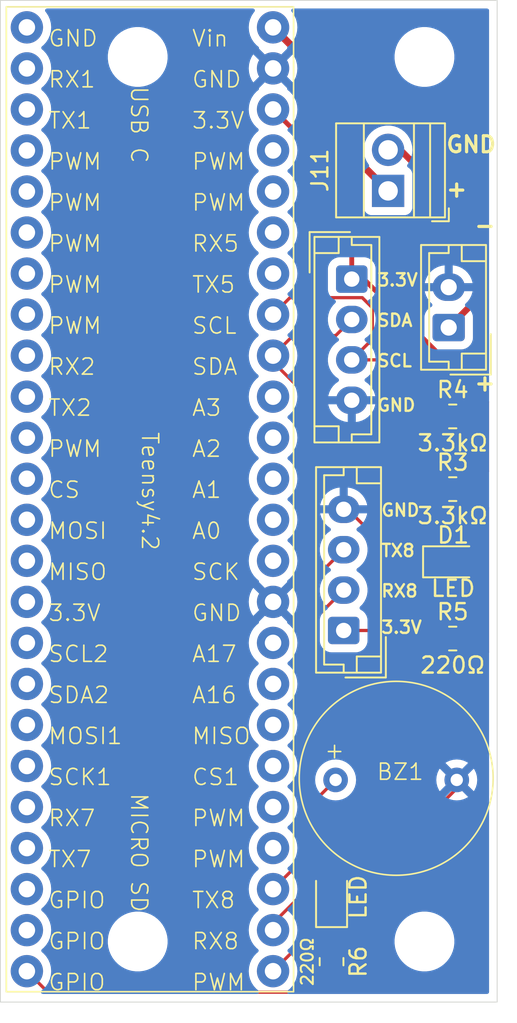
<source format=kicad_pcb>
(kicad_pcb (version 20240108) (generator "pcbnew") (generator_version "8.0")
  (layers (0 "F.Cu" signal) (31 "B.Cu" signal) (34 "B.Paste" user) (35 "F.Paste" user) (36 "B.SilkS" user "B.Silkscreen") (37 "F.SilkS" user "F.Silkscreen") (38 "B.Mask" user) (39 "F.Mask" user) (44 "Edge.Cuts" user))
  (net 0 "")
  (net 1 "Net-(BZ1-+)")
  (net 2 "GND")
  (net 3 "Net-(D1-A)")
  (net 4 "Net-(D2-A)")
  (net 5 "/SCL2")
  (net 6 "/SDA2")
  (net 7 "+3.3V")
  (net 8 "/RX2")
  (net 9 "/TX2")
  (net 10 "Net-(J11-Pin_2)")
  (net 11 "Net-(J11-Pin_1)")
  (net 12 "Net-(R6-Pad2)")
  (net 15 "/MOSI1")
  (net 16 "/TX1")
  (net 20 "/TX5")
  (net 23 "/RX8")
  (net 25 "/CS0")
  (net 26 "/SCK0")
  (net 28 "/TX8")
  (net 30 "/RX1")
  (net 32 "/SCL0")
  (net 35 "/SDA0")
  (net 36 "/MISO1")
  (net 38 "/SCK1")
  (net 39 "/MOSI0")
  (net 40 "/MISO0")
  (net 42 "/RX7")
  (net 44 "/TX7")
  (net 45 "/RX5")
  (net 48 "/CS1")
  (footprint "Connector_JST:JST_EH_B4B-EH-A_1x04_P2.50mm_Vertical" (layer "F.Cu") (at 112.25 59.75 -90)
    (property "Reference" "J2" (hide yes))
    (property "Value" "Conn_01x04" (hide yes))
    (fp_line (start -2.91 2.61) (end -0.41 2.61) (stroke (width 0.12)) (layer "F.SilkS"))
    (fp_line (start -2.61 2.31) (end 10.11 2.31) (stroke (width 0.12)) (layer "F.SilkS"))
    (fp_line (start 10.11 2.31) (end 10.11 -1.71) (stroke (width 0.12)) (layer "F.SilkS"))
    (fp_line (start -2.61 0.81) (end -1.61 0.81) (stroke (width 0.12)) (layer "F.SilkS"))
    (fp_line (start -1.61 0.81) (end -1.61 2.31) (stroke (width 0.12)) (layer "F.SilkS"))
    (fp_line (start 9.11 0.81) (end 9.11 2.31) (stroke (width 0.12)) (layer "F.SilkS"))
    (fp_line (start 10.11 0.81) (end 9.11 0.81) (stroke (width 0.12)) (layer "F.SilkS"))
    (fp_line (start -2.91 0.11) (end -2.91 2.61) (stroke (width 0.12)) (layer "F.SilkS"))
    (fp_line (start -2.61 0) (end -2.11 0) (stroke (width 0.12)) (layer "F.SilkS"))
    (fp_line (start -2.11 0) (end -2.11 -1.21) (stroke (width 0.12)) (layer "F.SilkS"))
    (fp_line (start 9.61 0) (end 10.11 0) (stroke (width 0.12)) (layer "F.SilkS"))
    (fp_line (start -2.11 -1.21) (end 9.61 -1.21) (stroke (width 0.12)) (layer "F.SilkS"))
    (fp_line (start 9.61 -1.21) (end 9.61 0) (stroke (width 0.12)) (layer "F.SilkS"))
    (fp_line (start -2.61 -1.71) (end -2.61 2.31) (stroke (width 0.12)) (layer "F.SilkS"))
    (fp_line (start 10.11 -1.71) (end -2.61 -1.71) (stroke (width 0.12)) (layer "F.SilkS"))
    (pad "1" thru_hole roundrect (at 0 0 270) (size 1.7 1.95) (drill 0.95) (layers "*.Cu" "*.Mask") (roundrect_rratio 0.147059) (net 7 "+3.3V"))
    (pad "2" thru_hole oval (at 2.5 0 270) (size 1.7 1.95) (drill 0.95) (layers "*.Cu" "*.Mask") (net 35 "/SDA0"))
    (pad "3" thru_hole oval (at 5 0 270) (size 1.7 1.95) (drill 0.95) (layers "*.Cu" "*.Mask") (net 32 "/SCL0"))
    (pad "4" thru_hole oval (at 7.5 0 270) (size 1.7 1.95) (drill 0.95) (layers "*.Cu" "*.Mask") (net 2 "GND"))
  )
  (footprint "MountingHole:MountingHole_3.2mm_M3" (layer "F.Cu") (at 116.75 46)
    (property "Reference" "H1" (hide yes))
    (property "Value" "MountingHole")
    (pad "" np_thru_hole circle (at 0 0) (size 3.2 3.2) (drill 3.2) (layers "*.Cu" "*.Mask"))
  )
  (footprint "Resistor_SMD:R_0805_2012Metric_Pad1.20x1.40mm_HandSolder" (layer "F.Cu") (at 118.5 68.25)
    (property "Reference" "R4" (at 0 -1.65 0) (layer "F.SilkS"))
    (property "Value" "3.3kΩ" (at 0 1.65 0) (layer "F.SilkS"))
    (fp_line (start -0.227064 -0.735) (end 0.227064 -0.735) (stroke (width 0.12)) (layer "F.SilkS"))
    (fp_line (start -0.227064 0.735) (end 0.227064 0.735) (stroke (width 0.12)) (layer "F.SilkS"))
    (pad "1" smd roundrect (at -1 0) (size 1.2 1.4) (layers "F.Cu" "F.Paste" "F.Mask") (roundrect_rratio 0.208333) (net 7 "+3.3V"))
    (pad "2" smd roundrect (at 1 0) (size 1.2 1.4) (layers "F.Cu" "F.Paste" "F.Mask") (roundrect_rratio 0.208333) (net 32 "/SCL0"))
  )
  (footprint "LED_SMD:LED_0805_2012Metric_Pad1.15x1.40mm_HandSolder" (layer "F.Cu") (at 111 98 90)
    (property "Reference" "D2" (hide yes))
    (property "Value" "LED" (at 0 1.65 90) (layer "F.SilkS"))
    (fp_line (start 1 -0.96) (end -1.86 -0.96) (stroke (width 0.12)) (layer "F.SilkS"))
    (fp_line (start -1.86 -0.96) (end -1.86 0.96) (stroke (width 0.12)) (layer "F.SilkS"))
    (fp_line (start -1.86 0.96) (end 1 0.96) (stroke (width 0.12)) (layer "F.SilkS"))
    (pad "1" smd roundrect (at -1.025 0 90) (size 1.15 1.4) (layers "F.Cu" "F.Paste" "F.Mask") (roundrect_rratio 0.217391) (net 2 "GND"))
    (pad "2" smd roundrect (at 1.025 0 90) (size 1.15 1.4) (layers "F.Cu" "F.Paste" "F.Mask") (roundrect_rratio 0.217391) (net 4 "Net-(D2-A)"))
  )
  (footprint "LED_SMD:LED_0805_2012Metric_Pad1.15x1.40mm_HandSolder" (layer "F.Cu") (at 118.525 77.25)
    (property "Reference" "D1" (at 0 -1.65 0) (layer "F.SilkS"))
    (property "Value" "LED" (at 0 1.65 0) (layer "F.SilkS"))
    (fp_line (start -1.86 -0.96) (end -1.86 0.96) (stroke (width 0.12)) (layer "F.SilkS"))
    (fp_line (start -1.86 0.96) (end 1 0.96) (stroke (width 0.12)) (layer "F.SilkS"))
    (fp_line (start 1 -0.96) (end -1.86 -0.96) (stroke (width 0.12)) (layer "F.SilkS"))
    (pad "1" smd roundrect (at -1.025 0) (size 1.15 1.4) (layers "F.Cu" "F.Paste" "F.Mask") (roundrect_rratio 0.217391) (net 2 "GND"))
    (pad "2" smd roundrect (at 1.025 0) (size 1.15 1.4) (layers "F.Cu" "F.Paste" "F.Mask") (roundrect_rratio 0.217391) (net 3 "Net-(D1-A)"))
  )
  (footprint "Avionics:Adafruit_Buzzer" (layer "F.Cu") (at 115.25 90.75)
    (property "Reference" "BZ1" (at 0 -0.5 0) (layer "F.SilkS") (effects (font (thickness 0.1))))
    (property "Value" "Buzzer")
    (fp_circle (center -0.25 -0.1) (end 5.75 -0.25) (stroke (width 0.1)) (fill none) (layer "F.SilkS"))
    (fp_text user "+" (at -4.75 -1.25 0) (layer "F.SilkS") (effects (font (thickness 0.1)) (justify left bottom)))
    (pad "1" thru_hole circle (at -4 0) (size 1.524 1.524) (drill 0.762) (layers "*.Cu" "*.Mask") (net 1 "Net-(BZ1-+)"))
    (pad "2" thru_hole circle (at 3.5 0) (size 1.524 1.524) (drill 0.762) (layers "*.Cu" "*.Mask") (net 2 "GND"))
  )
  (footprint "Resistor_SMD:R_0805_2012Metric_Pad1.20x1.40mm_HandSolder" (layer "F.Cu") (at 111 102 -90)
    (property "Reference" "R6" (at 0 -1.65 90) (layer "F.SilkS"))
    (property "Value" "220Ω" (at 0 1.5 90) (layer "F.SilkS") (effects (font (size 0.746 0.746) (thickness 0.1246) (bold yes))))
    (fp_line (start -0.227064 0.735) (end 0.227064 0.735) (stroke (width 0.12)) (layer "F.SilkS"))
    (fp_line (start -0.227064 -0.735) (end 0.227064 -0.735) (stroke (width 0.12)) (layer "F.SilkS"))
    (pad "1" smd roundrect (at -1 0 270) (size 1.2 1.4) (layers "F.Cu" "F.Paste" "F.Mask") (roundrect_rratio 0.208333) (net 4 "Net-(D2-A)"))
    (pad "2" smd roundrect (at 1 0 270) (size 1.2 1.4) (layers "F.Cu" "F.Paste" "F.Mask") (roundrect_rratio 0.208333) (net 12 "Net-(R6-Pad2)"))
  )
  (footprint "Resistor_SMD:R_0805_2012Metric_Pad1.20x1.40mm_HandSolder" (layer "F.Cu") (at 118.5 82)
    (property "Reference" "R5" (at 0 -1.65 0) (layer "F.SilkS"))
    (property "Value" "220Ω" (at 0 1.65 0) (layer "F.SilkS"))
    (fp_line (start -0.227064 -0.735) (end 0.227064 -0.735) (stroke (width 0.12)) (layer "F.SilkS"))
    (fp_line (start -0.227064 0.735) (end 0.227064 0.735) (stroke (width 0.12)) (layer "F.SilkS"))
    (pad "1" smd roundrect (at -1 0) (size 1.2 1.4) (layers "F.Cu" "F.Paste" "F.Mask") (roundrect_rratio 0.208333) (net 7 "+3.3V"))
    (pad "2" smd roundrect (at 1 0) (size 1.2 1.4) (layers "F.Cu" "F.Paste" "F.Mask") (roundrect_rratio 0.208333) (net 3 "Net-(D1-A)"))
  )
  (footprint "Connector_JST:JST_EH_B4B-EH-A_1x04_P2.50mm_Vertical" (layer "F.Cu") (at 111.75 81.5 90)
    (property "Reference" "J4" (hide yes))
    (property "Value" "Conn_01x04" (hide yes))
    (fp_line (start 10.11 -1.71) (end -2.61 -1.71) (stroke (width 0.12)) (layer "F.SilkS"))
    (fp_line (start -2.61 -1.71) (end -2.61 2.31) (stroke (width 0.12)) (layer "F.SilkS"))
    (fp_line (start 9.61 -1.21) (end 9.61 0) (stroke (width 0.12)) (layer "F.SilkS"))
    (fp_line (start -2.11 -1.21) (end 9.61 -1.21) (stroke (width 0.12)) (layer "F.SilkS"))
    (fp_line (start 9.61 0) (end 10.11 0) (stroke (width 0.12)) (layer "F.SilkS"))
    (fp_line (start -2.11 0) (end -2.11 -1.21) (stroke (width 0.12)) (layer "F.SilkS"))
    (fp_line (start -2.61 0) (end -2.11 0) (stroke (width 0.12)) (layer "F.SilkS"))
    (fp_line (start -2.91 0.11) (end -2.91 2.61) (stroke (width 0.12)) (layer "F.SilkS"))
    (fp_line (start 10.11 0.81) (end 9.11 0.81) (stroke (width 0.12)) (layer "F.SilkS"))
    (fp_line (start 9.11 0.81) (end 9.11 2.31) (stroke (width 0.12)) (layer "F.SilkS"))
    (fp_line (start -1.61 0.81) (end -1.61 2.31) (stroke (width 0.12)) (layer "F.SilkS"))
    (fp_line (start -2.61 0.81) (end -1.61 0.81) (stroke (width 0.12)) (layer "F.SilkS"))
    (fp_line (start 10.11 2.31) (end 10.11 -1.71) (stroke (width 0.12)) (layer "F.SilkS"))
    (fp_line (start -2.61 2.31) (end 10.11 2.31) (stroke (width 0.12)) (layer "F.SilkS"))
    (fp_line (start -2.91 2.61) (end -0.41 2.61) (stroke (width 0.12)) (layer "F.SilkS"))
    (pad "1" thru_hole roundrect (at 0 0 90) (size 1.7 1.95) (drill 0.95) (layers "*.Cu" "*.Mask") (roundrect_rratio 0.147059) (net 7 "+3.3V"))
    (pad "2" thru_hole oval (at 2.5 0 90) (size 1.7 1.95) (drill 0.95) (layers "*.Cu" "*.Mask") (net 23 "/RX8"))
    (pad "3" thru_hole oval (at 5 0 90) (size 1.7 1.95) (drill 0.95) (layers "*.Cu" "*.Mask") (net 28 "/TX8"))
    (pad "4" thru_hole oval (at 7.5 0 90) (size 1.7 1.95) (drill 0.95) (layers "*.Cu" "*.Mask") (net 2 "GND"))
  )
  (footprint "TerminalBlock:TerminalBlock_Xinya_XY308-2.54-2P_1x02_P2.54mm_Horizontal" (layer "F.Cu") (at 114.5 54.29 90)
    (property "Reference" "J11" (at 1.27 -4.22 90) (layer "F.SilkS"))
    (property "Value" "Screw_Terminal_01x02")
    (fp_line (start 4.18 -3.22) (end 4.18 3.52) (stroke (width 0.12)) (layer "F.SilkS"))
    (fp_line (start -1.64 -3.22) (end 4.18 -3.22) (stroke (width 0.12)) (layer "F.SilkS"))
    (fp_line (start -1.64 -3.22) (end -1.64 3.52) (stroke (width 0.12)) (layer "F.SilkS"))
    (fp_line (start -1.64 -1.501) (end 4.18 -1.501) (stroke (width 0.12)) (layer "F.SilkS"))
    (fp_line (start -1.64 1.6) (end 4.18 1.6) (stroke (width 0.12)) (layer "F.SilkS"))
    (fp_line (start -1.64 2.6) (end 4.18 2.6) (stroke (width 0.12)) (layer "F.SilkS"))
    (fp_line (start -1.88 2.72) (end -1.88 3.76) (stroke (width 0.12)) (layer "F.SilkS"))
    (fp_line (start -1.64 3.52) (end 4.18 3.52) (stroke (width 0.12)) (layer "F.SilkS"))
    (fp_line (start -1.88 3.76) (end -1.08 3.76) (stroke (width 0.12)) (layer "F.SilkS"))
    (pad "1" thru_hole rect (at 0 0 90) (size 2 2) (drill 1.2) (layers "*.Cu" "*.Mask") (net 11 "Net-(J11-Pin_1)"))
    (pad "2" thru_hole circle (at 2.54 0 90) (size 2 2) (drill 1.2) (layers "*.Cu" "*.Mask") (net 10 "Net-(J11-Pin_2)"))
  )
  (footprint "Breakout Boards:Teensy_4.1" (layer "F.Cu") (at 99.758125 73.378125)
    (property "Reference" "Teensy4.2" (at 0 -0.5 -90) (layer "F.SilkS") (effects (font (thickness 0.1))))
    (property "Value" "~")
    (fp_line (start -8.89 -1.27) (end -8.89 -30.48) (stroke (width 0.1)) (layer "F.SilkS"))
    (fp_line (start -8.89 -1.27) (end -8.89 0) (stroke (width 0.1)) (layer "F.SilkS"))
    (fp_line (start -8.89 0) (end -8.89 30.48) (stroke (width 0.1)) (layer "F.SilkS"))
    (fp_line (start -8.89 30.48) (end 8.89 30.48) (stroke (width 0.1)) (layer "F.SilkS"))
    (fp_line (start 8.89 -30.48) (end -8.89 -30.48) (stroke (width 0.1)) (layer "F.SilkS"))
    (fp_line (start 8.89 -30.48) (end 8.89 -2.54) (stroke (width 0.1)) (layer "F.SilkS"))
    (fp_line (start 8.89 30.48) (end 8.89 -2.54) (stroke (width 0.1)) (layer "F.SilkS"))
    (fp_text user "MISO" (at -6.35 5.08 0) (layer "F.SilkS") (effects (font (thickness 0.1)) (justify left bottom)))
    (fp_text user "3.3V" (at 2.54 -22.86 0) (layer "F.SilkS") (effects (font (thickness 0.1)) (justify left bottom)))
    (fp_text user "PWM" (at -6.35 -15.24 0) (layer "F.SilkS") (effects (font (thickness 0.1)) (justify left bottom)))
    (fp_text user "RX1" (at -6.35 -25.4 0) (layer "F.SilkS") (effects (font (thickness 0.1)) (justify left bottom)))
    (fp_text user "USB C" (at -1.258125 -25.628125 -90) (layer "F.SilkS") (effects (font (thickness 0.1)) (justify left bottom)))
    (fp_text user "MICRO SD" (at -1.258125 18.121875 -90) (layer "F.SilkS") (effects (font (thickness 0.1)) (justify left bottom)))
    (fp_text user "GPIO" (at -6.35 25.4 0) (layer "F.SilkS") (effects (font (thickness 0.1)) (justify left bottom)))
    (fp_text user "SCL" (at 2.54 -10.16 0) (layer "F.SilkS") (effects (font (thickness 0.1)) (justify left bottom)))
    (fp_text user "A17" (at 2.54 10.16 0) (layer "F.SilkS") (effects (font (thickness 0.1)) (justify left bottom)))
    (fp_text user "SDA" (at 2.54 -7.62 0) (layer "F.SilkS") (effects (font (thickness 0.1)) (justify left bottom)))
    (fp_text user "A0" (at 2.54 2.54 0) (layer "F.SilkS") (effects (font (thickness 0.1)) (justify left bottom)))
    (fp_text user "PWM" (at -6.35 -2.54 0) (layer "F.SilkS") (effects (font (thickness 0.1)) (justify left bottom)))
    (fp_text user "PWM" (at 2.54 30.48 0) (layer "F.SilkS") (effects (font (thickness 0.1)) (justify left bottom)))
    (fp_text user "GND" (at 2.54 -25.4 0) (layer "F.SilkS") (effects (font (thickness 0.1)) (justify left bottom)))
    (fp_text user "TX2" (at -6.35 -5.08 0) (layer "F.SilkS") (effects (font (thickness 0.1)) (justify left bottom)))
    (fp_text user "PWM" (at -6.35 -12.7 0) (layer "F.SilkS") (effects (font (thickness 0.1)) (justify left bottom)))
    (fp_text user "PWM" (at -6.35 -17.78 0) (layer "F.SilkS") (effects (font (thickness 0.1)) (justify left bottom)))
    (fp_text user "SDA2" (at -6.35 12.7 0) (layer "F.SilkS") (effects (font (thickness 0.1)) (justify left bottom)))
    (fp_text user "TX1" (at -6.35 -22.86 0) (layer "F.SilkS") (effects (font (thickness 0.1)) (justify left bottom)))
    (fp_text user "A16" (at 2.54 12.7 0) (layer "F.SilkS") (effects (font (thickness 0.1)) (justify left bottom)))
    (fp_text user "GND" (at 2.54 7.62 0) (layer "F.SilkS") (effects (font (thickness 0.1)) (justify left bottom)))
    (fp_text user "A1" (at 2.54 0 0) (layer "F.SilkS") (effects (font (thickness 0.1)) (justify left bottom)))
    (fp_text user "A2" (at 2.54 -2.54 0) (layer "F.SilkS") (effects (font (thickness 0.1)) (justify left bottom)))
    (fp_text user "RX7" (at -6.35 20.32 0) (layer "F.SilkS") (effects (font (thickness 0.1)) (justify left bottom)))
    (fp_text user "A3" (at 2.54 -5.08 0) (layer "F.SilkS") (effects (font (thickness 0.1)) (justify left bottom)))
    (fp_text user "GPIO" (at -6.35 27.94 0) (layer "F.SilkS") (effects (font (thickness 0.1)) (justify left bottom)))
    (fp_text user "PWM" (at 2.54 -20.32 0) (layer "F.SilkS") (effects (font (thickness 0.1)) (justify left bottom)))
    (fp_text user "TX7" (at -6.35 22.86 0) (layer "F.SilkS") (effects (font (thickness 0.1)) (justify left bottom)))
    (fp_text user "CS" (at -6.35 0 0) (layer "F.SilkS") (effects (font (thickness 0.1)) (justify left bottom)))
    (fp_text user "GND" (at -6.35 -27.94 0) (layer "F.SilkS") (effects (font (thickness 0.1)) (justify left bottom)))
    (fp_text user "SCK1" (at -6.35 17.78 0) (layer "F.SilkS") (effects (font (thickness 0.1)) (justify left bottom)))
    (fp_text user "MOSI" (at -6.35 2.54 0) (layer "F.SilkS") (effects (font (thickness 0.1)) (justify left bottom)))
    (fp_text user "3.3V" (at -6.35 7.62 0) (layer "F.SilkS") (effects (font (thickness 0.1)) (justify left bottom)))
    (fp_text user "Vin" (at 2.54 -27.94 0) (layer "F.SilkS") (effects (font (thickness 0.1)) (justify left bottom)))
    (fp_text user "RX5" (at 2.54 -15.24 0) (layer "F.SilkS") (effects (font (thickness 0.1)) (justify left bottom)))
    (fp_text user "TX8" (at 2.54 25.4 0) (layer "F.SilkS") (effects (font (thickness 0.1)) (justify left bottom)))
    (fp_text user "SCL2" (at -6.35 10.16 0) (layer "F.SilkS") (effects (font (thickness 0.1)) (justify left bottom)))
    (fp_text user "MISO" (at 2.54 15.24 0) (layer "F.SilkS") (effects (font (thickness 0.1)) (justify left bottom)))
    (fp_text user "PWM" (at 2.54 22.86 0) (layer "F.SilkS") (effects (font (thickness 0.1)) (justify left bottom)))
    (fp_text user "GPIO" (at -6.35 30.48 0) (layer "F.SilkS") (effects (font (thickness 0.1)) (justify left bottom)))
    (fp_text user "PWM" (at 2.54 20.32 0) (layer "F.SilkS") (effects (font (thickness 0.1)) (justify left bottom)))
    (fp_text user "PWM" (at 2.54 -17.78 0) (layer "F.SilkS") (effects (font (thickness 0.1)) (justify left bottom)))
    (fp_text user "MOSI1" (at -6.35 15.24 0) (layer "F.SilkS") (effects (font (thickness 0.1)) (justify left bottom)))
    (fp_text user "CS1" (at 2.54 17.78 0) (layer "F.SilkS") (effects (font (thickness 0.1)) (justify left bottom)))
    (fp_text user "SCK" (at 2.54 5.08 0) (layer "F.SilkS") (effects (font (thickness 0.1)) (justify left bottom)))
    (fp_text user "TX5" (at 2.54 -12.7 0) (layer "F.SilkS") (effects (font (thickness 0.1)) (justify left bottom)))
    (fp_text user "PWM" (at -6.35 -10.16 0) (layer "F.SilkS") (effects (font (thickness 0.1)) (justify left bottom)))
    (fp_text user "PWM" (at -6.35 -20.32 0) (layer "F.SilkS") (effects (font (thickness 0.1)) (justify left bottom)))
    (fp_text user "RX2" (at -6.35 -7.62 0) (layer "F.SilkS") (effects (font (thickness 0.1)) (justify left bottom)))
    (fp_text user "RX8" (at 2.54 27.94 0) (layer "F.SilkS") (effects (font (thickness 0.1)) (justify left bottom)))
    (pad "0" thru_hole circle (at -7.62 -29.21) (size 2 2) (drill 1.02) (layers "*.Cu" "*.Mask"))
    (pad "1" thru_hole circle (at -7.62 -26.67) (size 2 2) (drill 1.02) (layers "*.Cu" "*.Mask") (net 30 "/RX1"))
    (pad "2" thru_hole circle (at -7.62 -24.13) (size 2 2) (drill 1.02) (layers "*.Cu" "*.Mask") (net 16 "/TX1"))
    (pad "3" thru_hole circle (at -7.62 -21.59) (size 2 2) (drill 1.02) (layers "*.Cu" "*.Mask"))
    (pad "4" thru_hole circle (at -7.62 -19.05) (size 2 2) (drill 1.02) (layers "*.Cu" "*.Mask"))
    (pad "5" thru_hole circle (at -7.62 -16.51) (size 2 2) (drill 1.02) (layers "*.Cu" "*.Mask"))
    (pad "6" thru_hole circle (at -7.62 -13.97) (size 2 2) (drill 1.02) (layers "*.Cu" "*.Mask"))
    (pad "7" thru_hole circle (at -7.62 -11.43) (size 2 2) (drill 1.02) (layers "*.Cu" "*.Mask"))
    (pad "8" thru_hole circle (at -7.62 -8.89) (size 2 2) (drill 1.02) (layers "*.Cu" "*.Mask") (net 8 "/RX2"))
    (pad "9" thru_hole circle (at -7.62 -6.35) (size 2 2) (drill 1.02) (layers "*.Cu" "*.Mask") (net 9 "/TX2"))
    (pad "10" thru_hole circle (at -7.62 -3.81) (size 2 2) (drill 1.02) (layers "*.Cu" "*.Mask"))
    (pad "11" thru_hole circle (at -7.62 -1.27) (size 2 2) (drill 1.02) (layers "*.Cu" "*.Mask") (net 25 "/CS0"))
    (pad "12" thru_hole circle (at -7.62 1.27) (size 2 2) (drill 1.02) (layers "*.Cu" "*.Mask") (net 39 "/MOSI0"))
    (pad "13" thru_hole circle (at -7.62 3.81) (size 2 2) (drill 1.02) (layers "*.Cu" "*.Mask") (net 40 "/MISO0"))
    (pad "14" thru_hole circle (at -7.62 6.35) (size 2 2) (drill 1.02) (layers "*.Cu" "*.Mask"))
    (pad "15" thru_hole circle (at -7.62 8.89) (size 2 2) (drill 1.02) (layers "*.Cu" "*.Mask") (net 5 "/SCL2"))
    (pad "16" thru_hole circle (at -7.62 11.43) (size 2 2) (drill 1.02) (layers "*.Cu" "*.Mask") (net 6 "/SDA2"))
    (pad "17" thru_hole circle (at -7.62 13.97) (size 2 2) (drill 1.02) (layers "*.Cu" "*.Mask") (net 15 "/MOSI1"))
    (pad "18" thru_hole circle (at -7.62 16.51) (size 2 2) (drill 1.02) (layers "*.Cu" "*.Mask") (net 38 "/SCK1"))
    (pad "19" thru_hole circle (at -7.62 19.05) (size 2 2) (drill 1.02) (layers "*.Cu" "*.Mask") (net 42 "/RX7"))
    (pad "20" thru_hole circle (at -7.62 21.59) (size 2 2) (drill 1.02) (layers "*.Cu" "*.Mask") (net 44 "/TX7"))
    (pad "21" thru_hole circle (at -7.62 24.13) (size 2 2) (drill 1.02) (layers "*.Cu" "*.Mask"))
    (pad "22" thru_hole circle (at -7.62 26.67) (size 2 2) (drill 1.02) (layers "*.Cu" "*.Mask"))
    (pad "23" thru_hole circle (at -7.62 29.21) (size 2 2) (drill 1.02) (layers "*.Cu" "*.Mask") (net 12 "Net-(R6-Pad2)"))
    (pad "24" thru_hole circle (at 7.62 29.21) (size 2 2) (drill 1.02) (layers "*.Cu" "*.Mask") (net 1 "Net-(BZ1-+)"))
    (pad "25" thru_hole circle (at 7.62 26.67) (size 2 2) (drill 1.02) (layers "*.Cu" "*.Mask") (net 23 "/RX8"))
    (pad "26" thru_hole circle (at 7.62 24.13) (size 2 2) (drill 1.02) (layers "*.Cu" "*.Mask") (net 28 "/TX8"))
    (pad "27" thru_hole circle (at 7.62 21.59) (size 2 2) (drill 1.02) (layers "*.Cu" "*.Mask"))
    (pad "28" thru_hole circle (at 7.62 19.05) (size 2 2) (drill 1.02) (layers "*.Cu" "*.Mask"))
    (pad "29" thru_hole circle (at 7.62 16.51) (size 2 2) (drill 1.02) (layers "*.Cu" "*.Mask") (net 48 "/CS1"))
    (pad "30" thru_hole circle (at 7.62 13.97) (size 2 2) (drill 1.02) (layers "*.Cu" "*.Mask") (net 36 "/MISO1"))
    (pad "31" thru_hole circle (at 7.62 11.43) (size 2 2) (drill 1.02) (layers "*.Cu" "*.Mask"))
    (pad "32" thru_hole circle (at 7.62 8.89) (size 2 2) (drill 1.02) (layers "*.Cu" "*.Mask"))
    (pad "33" thru_hole circle (at 7.62 6.35) (size 2 2) (drill 1.02) (layers "*.Cu" "*.Mask") (net 2 "GND"))
    (pad "34" thru_hole circle (at 7.62 3.81) (size 2 2) (drill 1.02) (layers "*.Cu" "*.Mask") (net 26 "/SCK0"))
    (pad "35" thru_hole circle (at 7.62 1.27) (size 2 2) (drill 1.02) (layers "*.Cu" "*.Mask"))
    (pad "36" thru_hole circle (at 7.62 -1.27) (size 2 2) (drill 1.02) (layers "*.Cu" "*.Mask"))
    (pad "37" thru_hole circle (at 7.62 -3.81) (size 2 2) (drill 1.02) (layers "*.Cu" "*.Mask"))
    (pad "38" thru_hole circle (at 7.62 -6.35) (size 2 2) (drill 1.02) (layers "*.Cu" "*.Mask"))
    (pad "39" thru_hole circle (at 7.62 -8.89) (size 2 2) (drill 1.02) (layers "*.Cu" "*.Mask") (net 35 "/SDA0"))
    (pad "40" thru_hole circle (at 7.62 -11.43) (size 2 2) (drill 1.02) (layers "*.Cu" "*.Mask") (net 32 "/SCL0"))
    (pad "41" thru_hole circle (at 7.62 -13.97) (size 2 2) (drill 1.02) (layers "*.Cu" "*.Mask") (net 45 "/RX5"))
    (pad "42" thru_hole circle (at 7.62 -16.51) (size 2 2) (drill 1.02) (layers "*.Cu" "*.Mask") (net 20 "/TX5"))
    (pad "43" thru_hole circle (at 7.62 -19.05) (size 2 2) (drill 1.02) (layers "*.Cu" "*.Mask"))
    (pad "44" thru_hole circle (at 7.62 -21.59) (size 2 2) (drill 1.02) (layers "*.Cu" "*.Mask"))
    (pad "45" thru_hole circle (at 7.62 -24.13) (size 2 2) (drill 1.02) (layers "*.Cu" "*.Mask") (net 7 "+3.3V"))
    (pad "46" thru_hole circle (at 7.62 -26.67) (size 2 2) (drill 1.02) (layers "*.Cu" "*.Mask") (net 2 "GND"))
    (pad "47" thru_hole circle (at 7.62 -29.21) (size 2 2) (drill 1.02) (layers "*.Cu" "*.Mask") (net 11 "Net-(J11-Pin_1)"))
  )
  (footprint "MountingHole:MountingHole_3.2mm_M3" (layer "F.Cu") (at 116.75 100.75)
    (property "Reference" "H2" (hide yes))
    (property "Value" "MountingHole")
    (pad "" np_thru_hole circle (at 0 0) (size 3.2 3.2) (drill 3.2) (layers "*.Cu" "*.Mask"))
  )
  (footprint "MountingHole:MountingHole_3.2mm_M3" (layer "F.Cu") (at 99 100.75)
    (property "Reference" "H4" (hide yes))
    (property "Value" "MountingHole")
    (pad "" np_thru_hole circle (at 0 0) (size 3.2 3.2) (drill 3.2) (layers "*.Cu" "*.Mask"))
  )
  (footprint "Connector_JST:JST_EH_B2B-EH-A_1x02_P2.50mm_Vertical" (layer "F.Cu") (at 118.25 62.75 90)
    (property "Reference" "J9" (hide yes))
    (property "Value" "Conn_01x02")
    (fp_line (start 5.11 -1.71) (end -2.61 -1.71) (stroke (width 0.12)) (layer "F.SilkS"))
    (fp_line (start -2.61 -1.71) (end -2.61 2.31) (stroke (width 0.12)) (layer "F.SilkS"))
    (fp_line (start 4.61 -1.21) (end 4.61 0) (stroke (width 0.12)) (layer "F.SilkS"))
    (fp_line (start -2.11 -1.21) (end 4.61 -1.21) (stroke (width 0.12)) (layer "F.SilkS"))
    (fp_line (start 4.61 0) (end 5.11 0) (stroke (width 0.12)) (layer "F.SilkS"))
    (fp_line (start -2.11 0) (end -2.11 -1.21) (stroke (width 0.12)) (layer "F.SilkS"))
    (fp_line (start -2.61 0) (end -2.11 0) (stroke (width 0.12)) (layer "F.SilkS"))
    (fp_line (start -2.91 0.11) (end -2.91 2.61) (stroke (width 0.12)) (layer "F.SilkS"))
    (fp_line (start 5.11 0.81) (end 4.11 0.81) (stroke (width 0.12)) (layer "F.SilkS"))
    (fp_line (start 4.11 0.81) (end 4.11 2.31) (stroke (width 0.12)) (layer "F.SilkS"))
    (fp_line (start -1.61 0.81) (end -1.61 2.31) (stroke (width 0.12)) (layer "F.SilkS"))
    (fp_line (start -2.61 0.81) (end -1.61 0.81) (stroke (width 0.12)) (layer "F.SilkS"))
    (fp_line (start 5.11 2.31) (end 5.11 -1.71) (stroke (width 0.12)) (layer "F.SilkS"))
    (fp_line (start -2.61 2.31) (end 5.11 2.31) (stroke (width 0.12)) (layer "F.SilkS"))
    (fp_line (start -2.91 2.61) (end -0.41 2.61) (stroke (width 0.12)) (layer "F.SilkS"))
    (pad "1" thru_hole roundrect (at 0 0 90) (size 1.7 2) (drill 1) (layers "*.Cu" "*.Mask") (roundrect_rratio 0.147059) (net 10 "Net-(J11-Pin_2)"))
    (pad "2" thru_hole oval (at 2.5 0 90) (size 1.7 2) (drill 1) (layers "*.Cu" "*.Mask") (net 2 "GND"))
  )
  (footprint "Resistor_SMD:R_0805_2012Metric_Pad1.20x1.40mm_HandSolder" (layer "F.Cu") (at 118.5 72.75)
    (property "Reference" "R3" (at 0 -1.65 0) (layer "F.SilkS"))
    (property "Value" "3.3kΩ" (at 0 1.65 0) (layer "F.SilkS"))
    (fp_line (start -0.227064 -0.735) (end 0.227064 -0.735) (stroke (width 0.12)) (layer "F.SilkS"))
    (fp_line (start -0.227064 0.735) (end 0.227064 0.735) (stroke (width 0.12)) (layer "F.SilkS"))
    (pad "1" smd roundrect (at -1 0) (size 1.2 1.4) (layers "F.Cu" "F.Paste" "F.Mask") (roundrect_rratio 0.208333) (net 35 "/SDA0"))
    (pad "2" smd roundrect (at 1 0) (size 1.2 1.4) (layers "F.Cu" "F.Paste" "F.Mask") (roundrect_rratio 0.208333) (net 7 "+3.3V"))
  )
  (footprint "MountingHole:MountingHole_3.2mm_M3" (layer "F.Cu") (at 99 46)
    (property "Reference" "H3" (hide yes))
    (property "Value" "MountingHole")
    (pad "" np_thru_hole circle (at 0 0) (size 3.2 3.2) (drill 3.2) (layers "*.Cu" "*.Mask"))
  )
  (gr_rect (start 90.5 42.5) (end 121.25 104.5) (stroke (width 0.05)) (fill none) (layer "Edge.Cuts"))
  (gr_text "3.3V\n" (at 114 81.75 0) (layer "F.SilkS") (effects (font (size 0.7634 0.7634) (thickness 0.1476) (bold yes)) (justify left bottom)))
  (gr_text "+\n" (at 118 54.75 0) (layer "F.SilkS") (effects (font (size 0.992 0.992) (thickness 0.1984) (bold yes)) (justify left bottom)))
  (gr_text "GND" (at 118 52 0) (layer "F.SilkS") (effects (font (size 0.992 0.992) (thickness 0.1984) (bold yes)) (justify left bottom)))
  (gr_text "+\n" (at 119.75 66.75 0) (layer "F.SilkS") (effects (font (size 0.992 0.992) (thickness 0.1984) (bold yes)) (justify left bottom)))
  (gr_text "SDA\n" (at 113.75 62.75 0) (layer "F.SilkS") (effects (font (size 0.7634 0.7634) (thickness 0.1476) (bold yes)) (justify left bottom)))
  (gr_text "3.3V\n" (at 113.75 60.25 0) (layer "F.SilkS") (effects (font (size 0.7634 0.7634) (thickness 0.1476) (bold yes)) (justify left bottom)))
  (gr_text "GND" (at 114 74.5 0) (layer "F.SilkS") (effects (font (size 0.7634 0.7634) (thickness 0.1476) (bold yes)) (justify left bottom)))
  (gr_text "RX8\n" (at 114 79.5 0) (layer "F.SilkS") (effects (font (size 0.7634 0.7634) (thickness 0.1476) (bold yes)) (justify left bottom)))
  (gr_text "TX8" (at 114 77 0) (layer "F.SilkS") (effects (font (size 0.7634 0.7634) (thickness 0.1476) (bold yes)) (justify left bottom)))
  (gr_text "SCL" (at 113.75 65.25 0) (layer "F.SilkS") (effects (font (size 0.7634 0.7634) (thickness 0.1476) (bold yes)) (justify left bottom)))
  (gr_text "-" (at 119.75 57 0) (layer "F.SilkS") (effects (font (size 0.992 0.992) (thickness 0.1984) (bold yes)) (justify left bottom)))
  (gr_text "GND" (at 113.75 68 0) (layer "F.SilkS") (effects (font (size 0.7634 0.7634) (thickness 0.1476) (bold yes)) (justify left bottom)))
  (segment (start 109.9 92.1) (end 111.25 90.75) (width 0.2) (layer "F.Cu") (net 1))
  (segment (start 109.25 98.315686) (end 109.9 97.665686) (width 0.2) (layer "F.Cu") (net 1))
  (segment (start 109.9 97.665686) (end 109.9 92.1) (width 0.2) (layer "F.Cu") (net 1))
  (segment (start 107.378125 102.588125) (end 109.25 100.71625) (width 0.2) (layer "F.Cu") (net 1))
  (segment (start 109.25 100.71625) (end 109.25 98.315686) (width 0.2) (layer "F.Cu") (net 1))
  (segment (start 110.75 99.025) (end 110.75 99) (width 0.2) (layer "F.Cu") (net 2))
  (segment (start 111 99.025) (end 118.75 91.275) (width 0.2) (layer "F.Cu") (net 2))
  (segment (start 111.75 74) (end 112 74) (width 0.2) (layer "F.Cu") (net 2))
  (segment (start 118.75 91.275) (end 118.75 90.75) (width 0.2) (layer "F.Cu") (net 2))
  (segment (start 115.25 77.25) (end 117.5 77.25) (width 0.2) (layer "F.Cu") (net 2))
  (segment (start 112 74) (end 115.25 77.25) (width 0.2) (layer "F.Cu") (net 2))
  (segment (start 119.5 82) (end 119.5 77.3) (width 0.2) (layer "F.Cu") (net 3))
  (segment (start 119.5 77.3) (end 119.55 77.25) (width 0.2) (layer "F.Cu") (net 3))
  (segment (start 109.75 99.75) (end 111 101) (width 0.2) (layer "F.Cu") (net 4))
  (segment (start 111 97.465256) (end 109.75 98.715256) (width 0.2) (layer "F.Cu") (net 4))
  (segment (start 109.75 98.715256) (end 109.75 99.75) (width 0.2) (layer "F.Cu") (net 4))
  (segment (start 111 96.975) (end 111 97.465256) (width 0.2) (layer "F.Cu") (net 4))
  (segment (start 117.5 82) (end 117.25 82) (width 0.2) (layer "F.Cu") (net 7))
  (segment (start 120.6 67.35) (end 120.6 71.65) (width 0.3) (layer "F.Cu") (net 7))
  (segment (start 117.5 82) (end 118.75 83.25) (width 0.2) (layer "F.Cu") (net 7))
  (segment (start 120.65 82.85) (end 120.65 73.9) (width 0.2) (layer "F.Cu") (net 7))
  (segment (start 113 59.75) (end 120.6 67.35) (width 0.3) (layer "F.Cu") (net 7))
  (segment (start 118.75 83.25) (end 120.25 83.25) (width 0.2) (layer "F.Cu") (net 7))
  (segment (start 117.25 82) (end 116.75 81.5) (width 0.2) (layer "F.Cu") (net 7))
  (segment (start 120.6 71.65) (end 119.5 72.75) (width 0.3) (layer "F.Cu") (net 7))
  (segment (start 117.5 68.25) (end 119.5 70.25) (width 0.2) (layer "F.Cu") (net 7))
  (segment (start 112.25 59.75) (end 112.25 54.12) (width 0.3) (layer "F.Cu") (net 7))
  (segment (start 120.25 83.25) (end 120.65 82.85) (width 0.2) (layer "F.Cu") (net 7))
  (segment (start 112.25 54.12) (end 107.378125 49.248125) (width 0.3) (layer "F.Cu") (net 7))
  (segment (start 119.5 70.25) (end 119.5 72.75) (width 0.2) (layer "F.Cu") (net 7))
  (segment (start 112.25 59.75) (end 113 59.75) (width 0.3) (layer "F.Cu") (net 7))
  (segment (start 120.65 73.9) (end 119.5 72.75) (width 0.2) (layer "F.Cu") (net 7))
  (segment (start 116.75 81.5) (end 111.75 81.5) (width 0.2) (layer "F.Cu") (net 7))
  (segment (start 115.25 51.75) (end 114.5 51.75) (width 0.4) (layer "F.Cu") (net 10))
  (segment (start 118.25 62.75) (end 120 61) (width 0.4) (layer "F.Cu") (net 10))
  (segment (start 120 56.5) (end 115.25 51.75) (width 0.4) (layer "F.Cu") (net 10))
  (segment (start 120 61) (end 120 56.5) (width 0.4) (layer "F.Cu") (net 10))
  (segment (start 109.75 46.54) (end 107.378125 44.168125) (width 0.45) (layer "F.Cu") (net 11))
  (segment (start 114.5 54.29) (end 109.75 49.54) (width 0.45) (layer "F.Cu") (net 11))
  (segment (start 109.75 49.54) (end 109.75 46.54) (width 0.45) (layer "F.Cu") (net 11))
  (segment (start 93.438125 103.888125) (end 109.861875 103.888125) (width 0.2) (layer "F.Cu") (net 12))
  (segment (start 92.138125 102.588125) (end 93.438125 103.888125) (width 0.2) (layer "F.Cu") (net 12))
  (segment (start 109.861875 103.888125) (end 110.75 103) (width 0.2) (layer "F.Cu") (net 12))
  (segment (start 107.378125 99.621875) (end 109.5 97.5) (width 0.2) (layer "F.Cu") (net 23))
  (segment (start 107.378125 100.048125) (end 107.378125 99.621875) (width 0.2) (layer "F.Cu") (net 23))
  (segment (start 109.5 97.5) (end 109.5 81.25) (width 0.2) (layer "F.Cu") (net 23))
  (segment (start 109.5 81.25) (end 111.75 79) (width 0.2) (layer "F.Cu") (net 23))
  (segment (start 109.1 79.15) (end 111.75 76.5) (width 0.2) (layer "F.Cu") (net 28))
  (segment (start 109.1 95.78625) (end 109.1 79.15) (width 0.2) (layer "F.Cu") (net 28))
  (segment (start 107.378125 97.508125) (end 109.1 95.78625) (width 0.2) (layer "F.Cu") (net 28))
  (segment (start 112.9 60.9) (end 108.42625 60.9) (width 0.2) (layer "F.Cu") (net 32))
  (segment (start 108.42625 60.9) (end 107.378125 61.948125) (width 0.2) (layer "F.Cu") (net 32))
  (segment (start 119.5 68.25) (end 116 64.75) (width 0.2) (layer "F.Cu") (net 32))
  (segment (start 113.525 63.475) (end 113.525 61.525) (width 0.2) (layer "F.Cu") (net 32))
  (segment (start 116 64.75) (end 112.25 64.75) (width 0.2) (layer "F.Cu") (net 32))
  (segment (start 113.525 61.525) (end 112.9 60.9) (width 0.2) (layer "F.Cu") (net 32))
  (segment (start 112.25 64.75) (end 113.525 63.475) (width 0.2) (layer "F.Cu") (net 32))
  (segment (start 111.25 63.25) (end 108.61625 63.25) (width 0.2) (layer "F.Cu") (net 35))
  (segment (start 115 72.5) (end 107.378125 64.878125) (width 0.2) (layer "F.Cu") (net 35))
  (segment (start 107.378125 64.878125) (end 107.378125 64.488125) (width 0.2) (layer "F.Cu") (net 35))
  (segment (start 108.61625 63.25) (end 107.378125 64.488125) (width 0.2) (layer "F.Cu") (net 35))
  (segment (start 117.5 72.75) (end 117.25 72.5) (width 0.2) (layer "F.Cu") (net 35))
  (segment (start 117.25 72.5) (end 115 72.5) (width 0.2) (layer "F.Cu") (net 35))
  (segment (start 112.25 62.25) (end 111.25 63.25) (width 0.2) (layer "F.Cu") (net 35))
  (zone (net 2) (net_name "GND") (layer "B.Cu") (connect_pads (clearance 0.5)) (min_thickness 0.25) (fill yes (thermal_gap 0.5) (thermal_bridge_width 0.5))
    (polygon (pts (xy 90.75 104) (xy 90.75 42.75) (xy 121 42.75) (xy 121 104)))
  )
)
</source>
